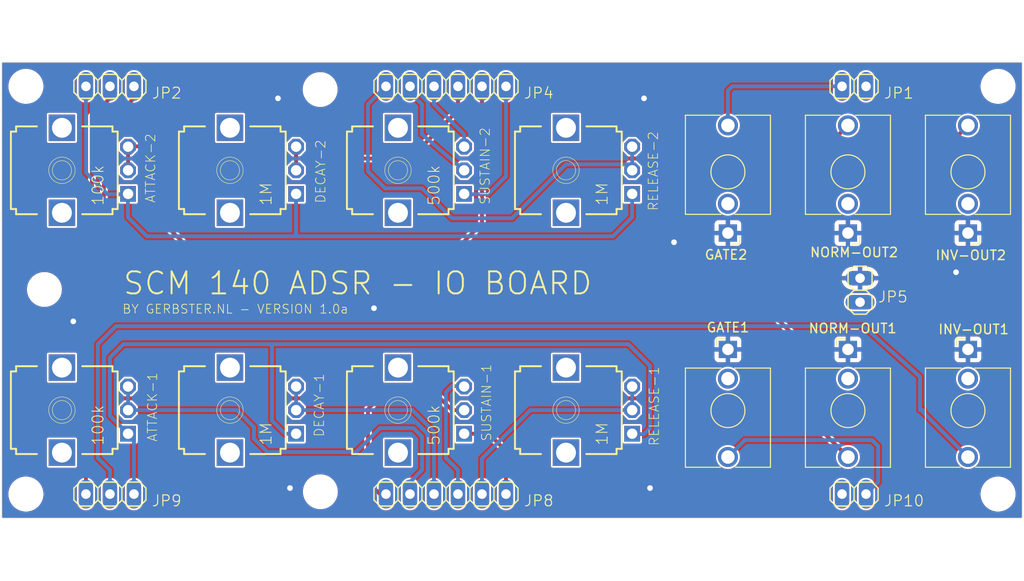
<source format=kicad_pcb>
(kicad_pcb (version 20211014) (generator pcbnew)
  (layers (0 "F.Cu" signal) (31 "B.Cu" signal) (34 "B.Paste" user) (35 "F.Paste" user) (36 "B.SilkS" user "B.Silkscreen") (37 "F.SilkS" user "F.Silkscreen") (38 "B.Mask" user) (39 "F.Mask" user) (44 "Edge.Cuts" user))
  (net 0 "")
  (net 1 "MANUAL-TRIGGER-1")
  (net 2 "S1-B")
  (net 3 "A1-IN")
  (net 4 "S1-W")
  (net 5 "C1-OUT")
  (net 6 "S1-A")
  (net 7 "D1-IN")
  (net 8 "R1-IN")
  (net 9 "GATE-1")
  (net 10 "NORM-OUT-1")
  (net 11 "INV-OUT-1")
  (net 12 "MANUAL-TRIGGER-2")
  (net 13 "S2-B")
  (net 14 "A2-IN")
  (net 15 "S2-W")
  (net 16 "C2-OUT")
  (net 17 "S2-A")
  (net 18 "R2-IN")
  (net 19 "D2-IN")
  (net 20 "GATE-2")
  (net 21 "NORM-OUT-2")
  (net 22 "INV-OUT-2")
  (net 23 "GND")
  (net 24 "+12V")
  (footprint "" (layer "F.Cu") (at 199.9361 126.5936)
    (fp_text reference "@HOLE3" hide)
    (fp_text value "" (at 0 0) (layer "F.SilkS") (effects (font (size 1.27 1.27))))
    (pad "" np_thru_hole circle (at 0 0) (size 3.2131 3.2131) (drill 3.2131) (layers *.Cu *.Mask))
  )
  (footprint "ioboard:EVUF" (layer "F.Cu") (at 100.8761 92.3036 90)
    (fp_text reference "ATTACK-2" (at -3.4964 9.3739 90) (layer "F.SilkS") (effects (font (size 0.988284 0.988284) (thickness 0.078516)) (justify left)))
    (fp_text value "100k" (at -3.81 3.81 90) (layer "F.SilkS") (effects (font (size 1.176528 1.176528) (thickness 0.093472)) (justify left)))
    (pad "1" thru_hole rect (at -2.5 7) (size 1.6764 1.6764) (drill 1.1) (layers *.Cu *.Mask) (net 16 "C2-OUT"))
    (pad "2" thru_hole roundrect (at 0 7) (size 1.6764 1.6764) (drill 1.1) (layers *.Cu *.Mask) (chamfer_ratio 0.2928932188) (chamfer top_left top_right bottom_left bottom_right) (net 14 "A2-IN"))
    (pad "3" thru_hole roundrect (at 2.5 7) (size 1.6764 1.6764) (drill 1.1) (layers *.Cu *.Mask) (chamfer_ratio 0.2928932188) (chamfer top_left top_right bottom_left bottom_right) (net 14 "A2-IN"))
    (pad "M1" thru_hole rect (at 4.5 0) (size 2.8 2.8) (drill 2.1) (layers *.Cu *.Mask))
    (pad "M2" thru_hole rect (at -4.5 0) (size 2.8 2.8) (drill 2.1) (layers *.Cu *.Mask))
  )
  (footprint "ioboard:1X03" (layer "F.Cu") (at 105.9561 126.5936 180)
    (fp_text reference "JP9" (at -4.3688 -0.7112) (layer "F.SilkS") (effects (font (size 1.1557 1.1557) (thickness 0.1143)) (justify left)))
    (fp_text value "")
    (pad "1" thru_hole oval (at -2.54 0 270) (size 3.048 1.524) (drill 1.016) (layers *.Cu *.Mask) (net 5 "C1-OUT"))
    (pad "2" thru_hole oval (at 0 0 270) (size 3.048 1.524) (drill 1.016) (layers *.Cu *.Mask) (net 11 "INV-OUT-1"))
    (pad "3" thru_hole oval (at 2.54 0 270) (size 3.048 1.524) (drill 1.016) (layers *.Cu *.Mask) (net 10 "NORM-OUT-1"))
  )
  (footprint "mine:Jack_3.5mm_QingPu_WQP-PJ398SM_Eagle" (layer "F.Cu") (at 196.75 111.27)
    (fp_text reference "INV-OUT1" (at 0.6 -2.12) (layer "F.SilkS"))
    (fp_text value "Output Inv 2")
    (pad "GND1" thru_hole rect (at 0 0 180) (size 1.93 1.83) (drill 1.22) (layers *.Cu *.Mask) (net 23 "GND"))
    (pad "SWITCH" thru_hole circle (at 0 3.1 180) (size 2.13 2.13) (drill 1.42) (layers *.Cu *.Mask))
    (pad "TIP" thru_hole circle (at 0 11.4 180) (size 2.13 2.13) (drill 1.43) (layers *.Cu *.Mask) (net 11 "INV-OUT-1"))
    (zone (net 0) (net_name "") (layer "F.Cu") (connect_pads (clearance 0)) (min_thickness 0.254)
      (keepout (tracks not_allowed) (vias not_allowed) (pads not_allowed) (copperpour not_allowed) (footprints not_allowed))
      (fill (thermal_gap 0.508) (thermal_bridge_width 0.508))
      (polygon (pts (xy 198.255141 117.75) (xy 198.23493 117.504171) (xy 198.174841 117.264945) (xy 198.076486 117.038744) (xy 197.942508 116.831645) (xy 197.776504 116.64921) (xy 197.582932 116.496336) (xy 197.366992 116.377131) (xy 197.134482 116.294794) (xy 196.891646 116.251539) (xy 196.645007 116.248525) (xy 196.401187 116.285835) (xy 196.166734 116.362466) (xy 195.947946 116.47636) (xy 195.750697 116.624458) (xy 195.580286 116.802784) (xy 195.441288 117.006548) (xy 195.337436 117.230278) (xy 195.271519 117.467965) (xy 195.245308 117.713226) (xy 195.259507 117.959475) (xy 195.313734 118.200099) (xy 195.406532 118.428634) (xy 195.535411 118.638945) (xy 195.696908 118.825382) (xy 195.886687 118.982939) (xy 196.09965 119.107385) (xy 196.330079 119.195377) (xy 196.571785 119.244553) (xy 196.818278 119.253592) (xy 197.062936 119.22225) (xy 197.299191 119.15137) (xy 197.520697 119.042856) (xy 197.721505 118.899621) (xy 197.896223 118.725512) (xy 198.040158 118.525205) (xy 198.149445 118.304079) (xy 198.221149 118.068074) (xy 198.253344 117.823526)))
    )
  )
  (footprint "ioboard:1X03" (layer "F.Cu") (at 105.9561 83.4136)
    (fp_text reference "JP2" (at 4.3688 0.7112) (layer "F.SilkS") (effects (font (size 1.1557 1.1557) (thickness 0.1143)) (justify left)))
    (fp_text value "")
    (pad "1" thru_hole oval (at -2.54 0 90) (size 3.048 1.524) (drill 1.016) (layers *.Cu *.Mask) (net 16 "C2-OUT"))
    (pad "2" thru_hole oval (at 0 0 90) (size 3.048 1.524) (drill 1.016) (layers *.Cu *.Mask) (net 22 "INV-OUT-2"))
    (pad "3" thru_hole oval (at 2.54 0 90) (size 3.048 1.524) (drill 1.016) (layers *.Cu *.Mask) (net 21 "NORM-OUT-2"))
  )
  (footprint "ioboard:1X06" (layer "F.Cu") (at 141.5161 83.4136)
    (fp_text reference "JP4" (at 8.1788 0.7112) (layer "F.SilkS") (effects (font (size 1.1557 1.1557) (thickness 0.1143)) (justify left)))
    (fp_text value "")
    (pad "1" thru_hole oval (at -6.35 0 90) (size 3.048 1.524) (drill 1.016) (layers *.Cu *.Mask) (net 18 "R2-IN"))
    (pad "2" thru_hole oval (at -3.81 0 90) (size 3.048 1.524) (drill 1.016) (layers *.Cu *.Mask) (net 15 "S2-W"))
    (pad "3" thru_hole oval (at -1.27 0 90) (size 3.048 1.524) (drill 1.016) (layers *.Cu *.Mask) (net 17 "S2-A"))
    (pad "4" thru_hole oval (at 1.27 0 90) (size 3.048 1.524) (drill 1.016) (layers *.Cu *.Mask) (net 19 "D2-IN"))
    (pad "5" thru_hole oval (at 3.81 0 90) (size 3.048 1.524) (drill 1.016) (layers *.Cu *.Mask) (net 14 "A2-IN"))
    (pad "6" thru_hole oval (at 6.35 0 90) (size 3.048 1.524) (drill 1.016) (layers *.Cu *.Mask) (net 13 "S2-B"))
  )
  (footprint "ioboard:1X02" (layer "F.Cu") (at 184.6961 83.4136 180)
    (fp_text reference "JP1" (at -3.0988 -0.7112) (layer "F.SilkS") (effects (font (size 1.1557 1.1557) (thickness 0.1143)) (justify left)))
    (fp_text value "")
    (pad "1" thru_hole oval (at -1.27 0 270) (size 3.048 1.524) (drill 1.016) (layers *.Cu *.Mask) (net 12 "MANUAL-TRIGGER-2"))
    (pad "2" thru_hole oval (at 1.27 0 270) (size 3.048 1.524) (drill 1.016) (layers *.Cu *.Mask) (net 20 "GATE-2"))
  )
  (footprint "MountingHole:MountingHole_3.2mm_M3" (layer "F.Cu") (at 128.201278 83.75 90)
    (fp_text reference "REF**" hide)
    (fp_text value "MountingHole_3.2mm_M3")
    (pad "" np_thru_hole circle (at 0 0 90) (size 3.2 3.2) (drill 3.2) (layers *.Cu *.Mask))
  )
  (footprint "" (layer "F.Cu") (at 199.9361 83.4136)
    (fp_text reference "@HOLE2" hide)
    (fp_text value "" (at 0 0) (layer "F.SilkS") (effects (font (size 1.27 1.27))))
    (pad "" np_thru_hole circle (at 0 0) (size 3.2131 3.2131) (drill 3.2131) (layers *.Cu *.Mask))
  )
  (footprint "" (layer "F.Cu") (at 97.0661 83.4136)
    (fp_text reference "@HOLE1" hide)
    (fp_text value "" (at 0 0) (layer "F.SilkS") (effects (font (size 1.27 1.27))))
    (pad "" np_thru_hole circle (at 0 0) (size 3.2131 3.2131) (drill 3.2131) (layers *.Cu *.Mask))
  )
  (footprint "ioboard:EVUF" (layer "F.Cu") (at 118.6561 117.7036 90)
    (fp_text reference "DECAY-1" (at -2.8964 9.4439 90) (layer "F.SilkS") (effects (font (size 0.988284 0.988284) (thickness 0.078516)) (justify left)))
    (fp_text value "1M" (at -3.81 3.81 90) (layer "F.SilkS") (effects (font (size 1.176528 1.176528) (thickness 0.093472)) (justify left)))
    (pad "1" thru_hole rect (at -2.5 7) (size 1.6764 1.6764) (drill 1.1) (layers *.Cu *.Mask) (net 5 "C1-OUT"))
    (pad "2" thru_hole roundrect (at 0 7) (size 1.6764 1.6764) (drill 1.1) (layers *.Cu *.Mask) (chamfer_ratio 0.2928932188) (chamfer top_left top_right bottom_left bottom_right) (net 7 "D1-IN"))
    (pad "3" thru_hole roundrect (at 2.5 7) (size 1.6764 1.6764) (drill 1.1) (layers *.Cu *.Mask) (chamfer_ratio 0.2928932188) (chamfer top_left top_right bottom_left bottom_right) (net 7 "D1-IN"))
    (pad "M1" thru_hole rect (at 4.5 0) (size 2.8 2.8) (drill 2.1) (layers *.Cu *.Mask))
    (pad "M2" thru_hole rect (at -4.5 0) (size 2.8 2.8) (drill 2.1) (layers *.Cu *.Mask))
  )
  (footprint "mine:Jack_3.5mm_QingPu_WQP-PJ398SM_Eagle" (layer "F.Cu") (at 196.75 98.95 180)
    (fp_text reference "INV-OUT2" (at -0.3 -2.35) (layer "F.SilkS"))
    (fp_text value "Output Inv 2")
    (pad "GND1" thru_hole rect (at 0 0) (size 1.93 1.83) (drill 1.22) (layers *.Cu *.Mask) (net 23 "GND"))
    (pad "SWITCH" thru_hole circle (at 0 3.1) (size 2.13 2.13) (drill 1.42) (layers *.Cu *.Mask))
    (pad "TIP" thru_hole circle (at 0 11.4) (size 2.13 2.13) (drill 1.43) (layers *.Cu *.Mask) (net 22 "INV-OUT-2"))
    (zone (net 0) (net_name "") (layer "F.Cu") (connect_pads (clearance 0)) (min_thickness 0.254)
      (keepout (tracks not_allowed) (vias not_allowed) (pads not_allowed) (copperpour not_allowed) (footprints not_allowed))
      (fill (thermal_gap 0.508) (thermal_bridge_width 0.508))
      (polygon (pts (xy 195.244859 92.47) (xy 195.26507 92.715829) (xy 195.325159 92.955055) (xy 195.423514 93.181256) (xy 195.557492 93.388355) (xy 195.723496 93.57079) (xy 195.917068 93.723664) (xy 196.133008 93.842869) (xy 196.365518 93.925206) (xy 196.608354 93.968461) (xy 196.854993 93.971475) (xy 197.098813 93.934165) (xy 197.333266 93.857534) (xy 197.552054 93.74364) (xy 197.749303 93.595542) (xy 197.919714 93.417216) (xy 198.058712 93.213452) (xy 198.162564 92.989722) (xy 198.228481 92.752035) (xy 198.254692 92.506774) (xy 198.240493 92.260525) (xy 198.186266 92.019901) (xy 198.093468 91.791366) (xy 197.964589 91.581055) (xy 197.803092 91.394618) (xy 197.613313 91.237061) (xy 197.40035 91.112615) (xy 197.169921 91.024623) (xy 196.928215 90.975447) (xy 196.681722 90.966408) (xy 196.437064 90.99775) (xy 196.200809 91.06863) (xy 195.979303 91.177144) (xy 195.778495 91.320379) (xy 195.603777 91.494488) (xy 195.459842 91.694795) (xy 195.350555 91.915921) (xy 195.278851 92.151926) (xy 195.246656 92.396474)))
    )
  )
  (footprint "ioboard:EVUF" (layer "F.Cu") (at 136.4361 117.7036 90)
    (fp_text reference "SUSTAIN-1" (at -3.3464 9.3639 90) (layer "F.SilkS") (effects (font (size 0.988284 0.988284) (thickness 0.078516)) (justify left)))
    (fp_text value "500k" (at -3.81 3.81 90) (layer "F.SilkS") (effects (font (size 1.176528 1.176528) (thickness 0.093472)) (justify left)))
    (pad "1" thru_hole rect (at -2.5 7) (size 1.6764 1.6764) (drill 1.1) (layers *.Cu *.Mask) (net 2 "S1-B"))
    (pad "2" thru_hole roundrect (at 0 7) (size 1.6764 1.6764) (drill 1.1) (layers *.Cu *.Mask) (chamfer_ratio 0.2928932188) (chamfer top_left top_right bottom_left bottom_right) (net 4 "S1-W"))
    (pad "3" thru_hole roundrect (at 2.5 7) (size 1.6764 1.6764) (drill 1.1) (layers *.Cu *.Mask) (chamfer_ratio 0.2928932188) (chamfer top_left top_right bottom_left bottom_right) (net 6 "S1-A"))
    (pad "M1" thru_hole rect (at 4.5 0) (size 2.8 2.8) (drill 2.1) (layers *.Cu *.Mask))
    (pad "M2" thru_hole rect (at -4.5 0) (size 2.8 2.8) (drill 2.1) (layers *.Cu *.Mask))
  )
  (footprint "ioboard:EVUF" (layer "F.Cu") (at 118.6561 92.3036 90)
    (fp_text reference "DECAY-2" (at -3.5464 9.5939 90) (layer "F.SilkS") (effects (font (size 0.988284 0.988284) (thickness 0.078516)) (justify left)))
    (fp_text value "1M" (at -3.81 3.81 90) (layer "F.SilkS") (effects (font (size 1.176528 1.176528) (thickness 0.093472)) (justify left)))
    (pad "1" thru_hole rect (at -2.5 7) (size 1.6764 1.6764) (drill 1.1) (layers *.Cu *.Mask) (net 16 "C2-OUT"))
    (pad "2" thru_hole roundrect (at 0 7) (size 1.6764 1.6764) (drill 1.1) (layers *.Cu *.Mask) (chamfer_ratio 0.2928932188) (chamfer top_left top_right bottom_left bottom_right) (net 19 "D2-IN"))
    (pad "3" thru_hole roundrect (at 2.5 7) (size 1.6764 1.6764) (drill 1.1) (layers *.Cu *.Mask) (chamfer_ratio 0.2928932188) (chamfer top_left top_right bottom_left bottom_right) (net 19 "D2-IN"))
    (pad "M1" thru_hole rect (at 4.5 0) (size 2.8 2.8) (drill 2.1) (layers *.Cu *.Mask))
    (pad "M2" thru_hole rect (at -4.5 0) (size 2.8 2.8) (drill 2.1) (layers *.Cu *.Mask))
  )
  (footprint "ioboard:EVUF" (layer "F.Cu") (at 154.2161 92.3036 90)
    (fp_text reference "RELEASE-2" (at -4.3464 9.2339 90) (layer "F.SilkS") (effects (font (size 0.988284 0.988284) (thickness 0.078516)) (justify left)))
    (fp_text value "1M" (at -3.81 3.81 90) (layer "F.SilkS") (effects (font (size 1.176528 1.176528) (thickness 0.093472)) (justify left)))
    (pad "1" thru_hole rect (at -2.5 7) (size 1.6764 1.6764) (drill 1.1) (layers *.Cu *.Mask) (net 16 "C2-OUT"))
    (pad "2" thru_hole roundrect (at 0 7) (size 1.6764 1.6764) (drill 1.1) (layers *.Cu *.Mask) (chamfer_ratio 0.2928932188) (chamfer top_left top_right bottom_left bottom_right) (net 18 "R2-IN"))
    (pad "3" thru_hole roundrect (at 2.5 7) (size 1.6764 1.6764) (drill 1.1) (layers *.Cu *.Mask) (chamfer_ratio 0.2928932188) (chamfer top_left top_right bottom_left bottom_right) (net 18 "R2-IN"))
    (pad "M1" thru_hole rect (at 4.5 0) (size 2.8 2.8) (drill 2.1) (layers *.Cu *.Mask))
    (pad "M2" thru_hole rect (at -4.5 0) (size 2.8 2.8) (drill 2.1) (layers *.Cu *.Mask))
  )
  (footprint "mine:Jack_3.5mm_QingPu_WQP-PJ398SM_Eagle" (layer "F.Cu") (at 171.35 111.27)
    (fp_text reference "GATE1" (at 0 -2.32) (layer "F.SilkS"))
    (fp_text value "Input 1")
    (pad "GND1" thru_hole rect (at 0 0 180) (size 1.93 1.83) (drill 1.22) (layers *.Cu *.Mask) (net 23 "GND"))
    (pad "SWITCH" thru_hole circle (at 0 3.1 180) (size 2.13 2.13) (drill 1.42) (layers *.Cu *.Mask))
    (pad "TIP" thru_hole circle (at 0 11.4 180) (size 2.13 2.13) (drill 1.43) (layers *.Cu *.Mask) (net 9 "GATE-1"))
    (zone (net 0) (net_name "") (layer "F.Cu") (connect_pads (clearance 0)) (min_thickness 0.254)
      (keepout (tracks not_allowed) (vias not_allowed) (pads not_allowed) (copperpour not_allowed) (footprints not_allowed))
      (fill (thermal_gap 0.508) (thermal_bridge_width 0.508))
      (polygon (pts (xy 172.855141 117.75) (xy 172.83493 117.504171) (xy 172.774841 117.264945) (xy 172.676486 117.038744) (xy 172.542508 116.831645) (xy 172.376504 116.64921) (xy 172.182932 116.496336) (xy 171.966992 116.377131) (xy 171.734482 116.294794) (xy 171.491646 116.251539) (xy 171.245007 116.248525) (xy 171.001187 116.285835) (xy 170.766734 116.362466) (xy 170.547946 116.47636) (xy 170.350697 116.624458) (xy 170.180286 116.802784) (xy 170.041288 117.006548) (xy 169.937436 117.230278) (xy 169.871519 117.467965) (xy 169.845308 117.713226) (xy 169.859507 117.959475) (xy 169.913734 118.200099) (xy 170.006532 118.428634) (xy 170.135411 118.638945) (xy 170.296908 118.825382) (xy 170.486687 118.982939) (xy 170.69965 119.107385) (xy 170.930079 119.195377) (xy 171.171785 119.244553) (xy 171.418278 119.253592) (xy 171.662936 119.22225) (xy 171.899191 119.15137) (xy 172.120697 119.042856) (xy 172.321505 118.899621) (xy 172.496223 118.725512) (xy 172.640158 118.525205) (xy 172.749445 118.304079) (xy 172.821149 118.068074) (xy 172.853344 117.823526)))
    )
  )
  (footprint "mine:Jack_3.5mm_QingPu_WQP-PJ398SM_Eagle" (layer "F.Cu") (at 171.35 98.95 180)
    (fp_text reference "GATE2" (at 0.2 -2.3) (layer "F.SilkS"))
    (fp_text value "Input 2")
    (pad "GND1" thru_hole rect (at 0 0) (size 1.93 1.83) (drill 1.22) (layers *.Cu *.Mask) (net 23 "GND"))
    (pad "SWITCH" thru_hole circle (at 0 3.1) (size 2.13 2.13) (drill 1.42) (layers *.Cu *.Mask))
    (pad "TIP" thru_hole circle (at 0 11.4) (size 2.13 2.13) (drill 1.43) (layers *.Cu *.Mask) (net 20 "GATE-2"))
    (zone (net 0) (net_name "") (layer "F.Cu") (connect_pads (clearance 0)) (min_thickness 0.254)
      (keepout (tracks not_allowed) (vias not_allowed) (pads not_allowed) (copperpour not_allowed) (footprints not_allowed))
      (fill (thermal_gap 0.508) (thermal_bridge_width 0.508))
      (polygon (pts (xy 169.844859 92.47) (xy 169.86507 92.715829) (xy 169.925159 92.955055) (xy 170.023514 93.181256) (xy 170.157492 93.388355) (xy 170.323496 93.57079) (xy 170.517068 93.723664) (xy 170.733008 93.842869) (xy 170.965518 93.925206) (xy 171.208354 93.968461) (xy 171.454993 93.971475) (xy 171.698813 93.934165) (xy 171.933266 93.857534) (xy 172.152054 93.74364) (xy 172.349303 93.595542) (xy 172.519714 93.417216) (xy 172.658712 93.213452) (xy 172.762564 92.989722) (xy 172.828481 92.752035) (xy 172.854692 92.506774) (xy 172.840493 92.260525) (xy 172.786266 92.019901) (xy 172.693468 91.791366) (xy 172.564589 91.581055) (xy 172.403092 91.394618) (xy 172.213313 91.237061) (xy 172.00035 91.112615) (xy 171.769921 91.024623) (xy 171.528215 90.975447) (xy 171.281722 90.966408) (xy 171.037064 90.99775) (xy 170.800809 91.06863) (xy 170.579303 91.177144) (xy 170.378495 91.320379) (xy 170.203777 91.494488) (xy 170.059842 91.694795) (xy 169.950555 91.915921) (xy 169.878851 92.151926) (xy 169.846656 92.396474)))
    )
  )
  (footprint "MountingHole:MountingHole_3.2mm_M3" (layer "F.Cu") (at 99.025 104.925 90)
    (fp_text reference "REF**" hide)
    (fp_text value "MountingHole_3.2mm_M3")
    (pad "" np_thru_hole circle (at 0 0 90) (size 3.2 3.2) (drill 3.2) (layers *.Cu *.Mask))
  )
  (footprint "ioboard:EVUF" (layer "F.Cu") (at 136.4361 92.3036 90)
    (fp_text reference "SUSTAIN-2" (at -3.6964 9.2139 90) (layer "F.SilkS") (effects (font (size 0.988284 0.988284) (thickness 0.078516)) (justify left)))
    (fp_text value "500k" (at -3.81 3.81 90) (layer "F.SilkS") (effects (font (size 1.176528 1.176528) (thickness 0.093472)) (justify left)))
    (pad "1" thru_hole rect (at -2.5 7) (size 1.6764 1.6764) (drill 1.1) (layers *.Cu *.Mask) (net 13 "S2-B"))
    (pad "2" thru_hole roundrect (at 0 7) (size 1.6764 1.6764) (drill 1.1) (layers *.Cu *.Mask) (chamfer_ratio 0.2928932188) (chamfer top_left top_right bottom_left bottom_right) (net 15 "S2-W"))
    (pad "3" thru_hole roundrect (at 2.5 7) (size 1.6764 1.6764) (drill 1.1) (layers *.Cu *.Mask) (chamfer_ratio 0.2928932188) (chamfer top_left top_right bottom_left bottom_right) (net 17 "S2-A"))
    (pad "M1" thru_hole rect (at 4.5 0) (size 2.8 2.8) (drill 2.1) (layers *.Cu *.Mask))
    (pad "M2" thru_hole rect (at -4.5 0) (size 2.8 2.8) (drill 2.1) (layers *.Cu *.Mask))
  )
  (footprint "mine:Jack_3.5mm_QingPu_WQP-PJ398SM_Eagle" (layer "F.Cu") (at 184.05 111.27)
    (fp_text reference "NORM-OUT1" (at 0.5 -2.22) (layer "F.SilkS"))
    (fp_text value "Output 1")
    (pad "GND1" thru_hole rect (at 0 0 180) (size 1.93 1.83) (drill 1.22) (layers *.Cu *.Mask) (net 23 "GND"))
    (pad "SWITCH" thru_hole circle (at 0 3.1 180) (size 2.13 2.13) (drill 1.42) (layers *.Cu *.Mask))
    (pad "TIP" thru_hole circle (at 0 11.4 180) (size 2.13 2.13) (drill 1.43) (layers *.Cu *.Mask) (net 10 "NORM-OUT-1"))
    (zone (net 0) (net_name "") (layer "F.Cu") (connect_pads (clearance 0)) (min_thickness 0.254)
      (keepout (tracks not_allowed) (vias not_allowed) (pads not_allowed) (copperpour not_allowed) (footprints not_allowed))
      (fill (thermal_gap 0.508) (thermal_bridge_width 0.508))
      (polygon (pts (xy 185.555141 117.75) (xy 185.53493 117.504171) (xy 185.474841 117.264945) (xy 185.376486 117.038744) (xy 185.242508 116.831645) (xy 185.076504 116.64921) (xy 184.882932 116.496336) (xy 184.666992 116.377131) (xy 184.434482 116.294794) (xy 184.191646 116.251539) (xy 183.945007 116.248525) (xy 183.701187 116.285835) (xy 183.466734 116.362466) (xy 183.247946 116.47636) (xy 183.050697 116.624458) (xy 182.880286 116.802784) (xy 182.741288 117.006548) (xy 182.637436 117.230278) (xy 182.571519 117.467965) (xy 182.545308 117.713226) (xy 182.559507 117.959475) (xy 182.613734 118.200099) (xy 182.706532 118.428634) (xy 182.835411 118.638945) (xy 182.996908 118.825382) (xy 183.186687 118.982939) (xy 183.39965 119.107385) (xy 183.630079 119.195377) (xy 183.871785 119.244553) (xy 184.118278 119.253592) (xy 184.362936 119.22225) (xy 184.599191 119.15137) (xy 184.820697 119.042856) (xy 185.021505 118.899621) (xy 185.196223 118.725512) (xy 185.340158 118.525205) (xy 185.449445 118.304079) (xy 185.521149 118.068074) (xy 185.553344 117.823526)))
    )
  )
  (footprint "MountingHole:MountingHole_3.2mm_M3" (layer "F.Cu") (at 128.225 126.35 90)
    (fp_text reference "REF**" hide)
    (fp_text value "MountingHole_3.2mm_M3")
    (pad "" np_thru_hole circle (at 0 0 90) (size 3.2 3.2) (drill 3.2) (layers *.Cu *.Mask))
  )
  (footprint "ioboard:EVUF" (layer "F.Cu") (at 100.8761 117.7036 90)
    (fp_text reference "ATTACK-1" (at -3.3964 9.5739 90) (layer "F.SilkS") (effects (font (size 0.988284 0.988284) (thickness 0.078516)) (justify left)))
    (fp_text value "100k" (at -3.81 3.81 90) (layer "F.SilkS") (effects (font (size 1.176528 1.176528) (thickness 0.093472)) (justify left)))
    (pad "1" thru_hole rect (at -2.5 7) (size 1.6764 1.6764) (drill 1.1) (layers *.Cu *.Mask) (net 5 "C1-OUT"))
    (pad "2" thru_hole roundrect (at 0 7) (size 1.6764 1.6764) (drill 1.1) (layers *.Cu *.Mask) (chamfer_ratio 0.2928932188) (chamfer top_left top_right bottom_left bottom_right) (net 3 "A1-IN"))
    (pad "3" thru_hole roundrect (at 2.5 7) (size 1.6764 1.6764) (drill 1.1) (layers *.Cu *.Mask) (chamfer_ratio 0.2928932188) (chamfer top_left top_right bottom_left bottom_right) (net 3 "A1-IN"))
    (pad "M1" thru_hole rect (at 4.5 0) (size 2.8 2.8) (drill 2.1) (layers *.Cu *.Mask))
    (pad "M2" thru_hole rect (at -4.5 0) (size 2.8 2.8) (drill 2.1) (layers *.Cu *.Mask))
  )
  (footprint "mine:Jack_3.5mm_QingPu_WQP-PJ398SM_Eagle" (layer "F.Cu") (at 184.05 98.95 180)
    (fp_text reference "NORM-OUT2" (at -0.65 -2.05) (layer "F.SilkS"))
    (fp_text value "Output 2")
    (pad "GND1" thru_hole rect (at 0 0) (size 1.93 1.83) (drill 1.22) (layers *.Cu *.Mask) (net 23 "GND"))
    (pad "SWITCH" thru_hole circle (at 0 3.1) (size 2.13 2.13) (drill 1.42) (layers *.Cu *.Mask))
    (pad "TIP" thru_hole circle (at 0 11.4) (size 2.13 2.13) (drill 1.43) (layers *.Cu *.Mask) (net 21 "NORM-OUT-2"))
    (zone (net 0) (net_name "") (layer "F.Cu") (connect_pads (clearance 0)) (min_thickness 0.254)
      (keepout (tracks not_allowed) (vias not_allowed) (pads not_allowed) (copperpour not_allowed) (footprints not_allowed))
      (fill (thermal_gap 0.508) (thermal_bridge_width 0.508))
      (polygon (pts (xy 182.544859 92.47) (xy 182.56507 92.715829) (xy 182.625159 92.955055) (xy 182.723514 93.181256) (xy 182.857492 93.388355) (xy 183.023496 93.57079) (xy 183.217068 93.723664) (xy 183.433008 93.842869) (xy 183.665518 93.925206) (xy 183.908354 93.968461) (xy 184.154993 93.971475) (xy 184.398813 93.934165) (xy 184.633266 93.857534) (xy 184.852054 93.74364) (xy 185.049303 93.595542) (xy 185.219714 93.417216) (xy 185.358712 93.213452) (xy 185.462564 92.989722) (xy 185.528481 92.752035) (xy 185.554692 92.506774) (xy 185.540493 92.260525) (xy 185.486266 92.019901) (xy 185.393468 91.791366) (xy 185.264589 91.581055) (xy 185.103092 91.394618) (xy 184.913313 91.237061) (xy 184.70035 91.112615) (xy 184.469921 91.024623) (xy 184.228215 90.975447) (xy 183.981722 90.966408) (xy 183.737064 90.99775) (xy 183.500809 91.06863) (xy 183.279303 91.177144) (xy 183.078495 91.320379) (xy 182.903777 91.494488) (xy 182.759842 91.694795) (xy 182.650555 91.915921) (xy 182.578851 92.151926) (xy 182.546656 92.396474)))
    )
  )
  (footprint "ioboard:EVUF" (layer "F.Cu") (at 154.2161 117.7036 90)
    (fp_text reference "RELEASE-1" (at -3.8464 9.3339 90) (layer "F.SilkS") (effects (font (size 0.988284 0.988284) (thickness 0.078516)) (justify left)))
    (fp_text value "1M" (at -3.81 3.81 90) (layer "F.SilkS") (effects (font (size 1.176528 1.176528) (thickness 0.093472)) (justify left)))
    (pad "1" thru_hole rect (at -2.5 7) (size 1.6764 1.6764) (drill 1.1) (layers *.Cu *.Mask) (net 5 "C1-OUT"))
    (pad "2" thru_hole roundrect (at 0 7) (size 1.6764 1.6764) (drill 1.1) (layers *.Cu *.Mask) (chamfer_ratio 0.2928932188) (chamfer top_left top_right bottom_left bottom_right) (net 8 "R1-IN"))
    (pad "3" thru_hole roundrect (at 2.5 7) (size 1.6764 1.6764) (drill 1.1) (layers *.Cu *.Mask) (chamfer_ratio 0.2928932188) (chamfer top_left top_right bottom_left bottom_right) (net 8 "R1-IN"))
    (pad "M1" thru_hole rect (at 4.5 0) (size 2.8 2.8) (drill 2.1) (layers *.Cu *.Mask))
    (pad "M2" thru_hole rect (at -4.5 0) (size 2.8 2.8) (drill 2.1) (layers *.Cu *.Mask))
  )
  (footprint "ioboard:1X06" (layer "F.Cu") (at 141.5161 126.5936 180)
    (fp_text reference "JP8" (at -8.1788 -0.7112) (layer "F.SilkS") (effects (font (size 1.1557 1.1557) (thickness 0.1143)) (justify left)))
    (fp_text value "")
    (pad "1" thru_hole oval (at -6.35 0 270) (size 3.048 1.524) (drill 1.016) (layers *.Cu *.Mask) (net 2 "S1-B"))
    (pad "2" thru_hole oval (at -3.81 0 270) (size 3.048 1.524) (drill 1.016) (layers *.Cu *.Mask) (net 8 "R1-IN"))
    (pad "3" thru_hole oval (at -1.27 0 270) (size 3.048 1.524) (drill 1.016) (layers *.Cu *.Mask) (net 6 "S1-A"))
    (pad "4" thru_hole oval (at 1.27 0 270) (size 3.048 1.524) (drill 1.016) (layers *.Cu *.Mask) (net 7 "D1-IN"))
    (pad "5" thru_hole oval (at 3.81 0 270) (size 3.048 1.524) (drill 1.016) (layers *.Cu *.Mask) (net 3 "A1-IN"))
    (pad "6" thru_hole oval (at 6.35 0 270) (size 3.048 1.524) (drill 1.016) (layers *.Cu *.Mask) (net 4 "S1-W"))
  )
  (footprint "" (layer "F.Cu") (at 97.0661 126.5936)
    (fp_text reference "@HOLE0" hide)
    (fp_text value "" (at 0 0) (layer "F.SilkS") (effects (font (size 1.27 1.27))))
    (pad "" np_thru_hole circle (at 0 0) (size 3.2131 3.2131) (drill 3.2131) (layers *.Cu *.Mask))
  )
  (footprint "ioboard:1X02" (layer "F.Cu") (at 185.3311 105.0036 -90)
    (fp_text reference "JP5" (at 0.7112 -1.8288) (layer "F.SilkS") (effects (font (size 1.1557 1.1557) (thickness 0.1143)) (justify left)))
    (fp_text value "")
    (pad "1" thru_hole oval (at -1.27 0) (size 3.048 1.524) (drill 1.016) (layers *.Cu *.Mask) (net 23 "GND"))
    (pad "2" thru_hole oval (at 1.27 0) (size 3.048 1.524) (drill 1.016) (layers *.Cu *.Mask) (net 24 "+12V"))
  )
  (footprint "ioboard:1X02" (layer "F.Cu") (at 184.6961 126.5936)
    (fp_text reference "JP10" (at 3.0988 0.7112) (layer "F.SilkS") (effects (font (size 1.1557 1.1557) (thickness 0.1143)) (justify left)))
    (fp_text value "")
    (pad "1" thru_hole oval (at -1.27 0 90) (size 3.048 1.524) (drill 1.016) (layers *.Cu *.Mask) (net 1 "MANUAL-TRIGGER-1"))
    (pad "2" thru_hole oval (at 1.27 0 90) (size 3.048 1.524) (drill 1.016) (layers *.Cu *.Mask) (net 9 "GATE-1"))
  )
  (gr_line (start 94.5261 129.1336) (end 202.4761 129.1336) (layer "Edge.Cuts") (width 0.05))
  (gr_line (start 94.5261 80.8736) (end 94.5261 129.1336) (layer "Edge.Cuts") (width 0.05))
  (gr_line (start 202.4761 80.8736) (end 94.5261 80.8736) (layer "Edge.Cuts") (width 0.05))
  (gr_line (start 202.4761 129.1336) (end 202.4761 80.8736) (layer "Edge.Cuts") (width 0.05))
  (gr_text "BY GERBSTER.NL - VERSION 1.0a" (at 107.2261 107.5436) (layer "F.SilkS") (effects (font (size 0.93472 0.93472) (thickness 0.08128)) (justify left bottom)))
  (gr_text "SCM 140 ADSR - IO BOARD" (at 107.2261 105.6386) (layer "F.SilkS") (effects (font (size 2.3368 2.3368) (thickness 0.2032)) (justify left bottom)))
  (segment (start 143.4361 120.2036) (end 146.041546 120.2036) (width 0.4064) (layer "F.Cu") (net 2))
  (segment (start 146.041546 120.2036) (end 147.8661 122.028154) (width 0.4064) (layer "F.Cu") (net 2))
  (segment (start 147.8661 122.028154) (end 147.8661 126.5936) (width 0.4064) (layer "F.Cu") (net 2))
  (segment (start 138.078075 119.6086) (end 138.9761 120.506625) (width 0.4064) (layer "B.Cu") (net 3))
  (segment (start 119.40005 117.7036) (end 121.1961 119.49965) (width 0.4064) (layer "B.Cu") (net 3))
  (segment (start 107.8761 115.2036) (end 107.8761 117.7036) (width 0.4064) (layer "B.Cu") (net 3))
  (segment (start 107.8761 117.7036) (end 119.40005 117.7036) (width 0.4064) (layer "B.Cu") (net 3))
  (segment (start 134.5311 119.6086) (end 138.078075 119.6086) (width 0.4064) (layer "B.Cu") (net 3))
  (segment (start 138.9761 120.506625) (end 138.9761 124.0536) (width 0.4064) (layer "B.Cu") (net 3))
  (segment (start 121.1961 120.728697) (end 122.616003 122.1486) (width 0.4064) (layer "B.Cu") (net 3))
  (segment (start 121.1961 119.49965) (end 121.1961 120.728697) (width 0.4064) (layer "B.Cu") (net 3))
  (segment (start 137.7061 125.3236) (end 137.7061 126.5936) (width 0.4064) (layer "B.Cu") (net 3))
  (segment (start 131.9911 122.1486) (end 134.5311 119.6086) (width 0.4064) (layer "B.Cu") (net 3))
  (segment (start 122.616003 122.1486) (end 131.9911 122.1486) (width 0.4064) (layer "B.Cu") (net 3))
  (segment (start 138.9761 124.0536) (end 137.7061 125.3236) (width 0.4064) (layer "B.Cu") (net 3))
  (segment (start 142.1511 117.7036) (end 143.4361 117.7036) (width 0.4064) (layer "F.Cu") (net 4))
  (segment (start 135.05715 115.7986) (end 140.2461 115.7986) (width 0.4064) (layer "F.Cu") (net 4))
  (segment (start 133.2611 117.59465) (end 135.05715 115.7986) (width 0.4064) (layer "F.Cu") (net 4))
  (segment (start 140.2461 115.7986) (end 142.1511 117.7036) (width 0.4064) (layer "F.Cu") (net 4))
  (segment (start 135.1661 126.5936) (end 134.5311 126.5936) (width 0.4064) (layer "F.Cu") (net 4))
  (segment (start 133.2611 125.3236) (end 133.2611 117.59465) (width 0.4064) (layer "F.Cu") (net 4))
  (segment (start 134.5311 126.5936) (end 133.2611 125.3236) (width 0.4064) (layer "F.Cu") (net 4))
  (segment (start 107.8761 120.2436) (end 107.8761 120.2036) (width 0.4064) (layer "B.Cu") (net 5))
  (segment (start 107.8761 120.2036) (end 105.9561 118.2986) (width 0.4064) (layer "B.Cu") (net 5))
  (segment (start 163.1061 119.6086) (end 162.4711 120.2436) (width 0.4064) (layer "B.Cu") (net 5))
  (segment (start 125.6561 120.2036) (end 124.48534 120.2036) (width 0.4064) (layer "B.Cu") (net 5))
  (segment (start 125.6561 120.2436) (end 125.6561 120.2036) (width 0.4064) (layer "B.Cu") (net 5))
  (segment (start 107.376003 110.7186) (end 123.1011 110.7186) (width 0.4064) (layer "B.Cu") (net 5))
  (segment (start 163.1061 113.008125) (end 163.1061 119.6086) (width 0.4064) (layer "B.Cu") (net 5))
  (segment (start 161.2161 120.2436) (end 161.2161 120.2036) (width 0.4064) (layer "B.Cu") (net 5))
  (segment (start 123.1011 110.7186) (end 160.816575 110.7186) (width 0.4064) (layer "B.Cu") (net 5))
  (segment (start 124.48534 120.2036) (end 123.1011 118.81936) (width 0.4064) (layer "B.Cu") (net 5))
  (segment (start 105.9561 112.138504) (end 107.376003 110.7186) (width 0.4064) (layer "B.Cu") (net 5))
  (segment (start 108.4961 126.5936) (end 108.4961 120.2436) (width 0.4064) (layer "B.Cu") (net 5))
  (segment (start 160.816575 110.7186) (end 163.1061 113.008125) (width 0.4064) (layer "B.Cu") (net 5))
  (segment (start 108.4961 120.2436) (end 107.8761 120.2436) (width 0.4064) (layer "B.Cu") (net 5))
  (segment (start 123.1011 118.81936) (end 123.1011 110.7186) (width 0.4064) (layer "B.Cu") (net 5))
  (segment (start 162.4711 120.2436) (end 161.2161 120.2436) (width 0.4064) (layer "B.Cu") (net 5))
  (segment (start 105.9561 118.2986) (end 105.9561 112.138504) (width 0.4064) (layer "B.Cu") (net 5))
  (segment (start 142.7861 124.0536) (end 141.5161 122.7836) (width 0.4064) (layer "B.Cu") (net 6))
  (segment (start 142.7861 126.5936) (end 142.7861 124.0536) (width 0.4064) (layer "B.Cu") (net 6))
  (segment (start 142.1511 115.1636) (end 143.4361 115.1636) (width 0.4064) (layer "B.Cu") (net 6))
  (segment (start 141.5161 122.7836) (end 141.5161 115.7986) (width 0.4064) (layer "B.Cu") (net 6))
  (segment (start 143.4361 115.1636) (end 143.4361 115.2036) (width 0.4064) (layer "B.Cu") (net 6))
  (segment (start 141.5161 115.7986) (end 142.1511 115.1636) (width 0.4064) (layer "B.Cu") (net 6))
  (segment (start 137.956575 117.7036) (end 125.6561 117.7036) (width 0.4064) (layer "B.Cu") (net 7))
  (segment (start 125.6561 115.2036) (end 125.6561 117.7036) (width 0.4064) (layer "B.Cu") (net 7))
  (segment (start 140.2461 126.5936) (end 140.2461 119.993125) (width 0.4064) (layer "B.Cu") (net 7))
  (segment (start 140.2461 119.993125) (end 137.956575 117.7036) (width 0.4064) (layer "B.Cu") (net 7))
  (segment (start 161.2161 115.2036) (end 161.2161 117.7036) (width 0.4064) (layer "B.Cu") (net 8))
  (segment (start 161.2161 117.7036) (end 150.445631 117.7036) (width 0.4064) (layer "B.Cu") (net 8))
  (segment (start 150.445631 117.7036) (end 145.3261 122.823132) (width 0.4064) (layer "B.Cu") (net 8))
  (segment (start 145.3261 122.823132) (end 145.3261 126.5936) (width 0.4064) (layer "B.Cu") (net 8))
  (segment (start 171.35 122.67) (end 173.1414 120.8786) (width 0.4064) (layer "B.Cu") (net 9))
  (segment (start 187.2361 125.3236) (end 185.9661 126.5936) (width 0.4064) (layer "B.Cu") (net 9))
  (segment (start 187.2361 121.5136) (end 187.2361 125.3236) (width 0.4064) (layer "B.Cu") (net 9))
  (segment (start 173.1414 120.8786) (end 186.6011 120.8786) (width 0.4064) (layer "B.Cu") (net 9))
  (segment (start 186.6011 120.8786) (end 187.2361 121.5136) (width 0.4064) (layer "B.Cu") (net 9))
  (segment (start 107.99515 105.6386) (end 174.170409 105.6386) (width 0.4064) (layer "F.Cu") (net 10))
  (segment (start 103.4161 110.21765) (end 107.99515 105.6386) (width 0.4064) (layer "F.Cu") (net 10))
  (segment (start 174.170409 105.6386) (end 179.3151 110.783291) (width 0.4064) (layer "F.Cu") (net 10))
  (segment (start 179.3151 117.9351) (end 184.05 122.67) (width 0.4064) (layer "F.Cu") (net 10))
  (segment (start 179.3151 110.783291) (end 179.3151 117.9351) (width 0.4064) (layer "F.Cu") (net 10))
  (segment (start 103.4161 126.5936) (end 103.4161 110.21765) (width 0.4064) (layer "F.Cu") (net 10))
  (segment (start 105.9561 126.5936) (end 105.9561 124.0536) (width 0.4064) (layer "B.Cu") (net 11))
  (segment (start 185.690525 108.8136) (end 106.5911 108.8136) (width 0.4064) (layer "B.Cu") (net 11))
  (segment (start 191.6811 114.169175) (end 185.690525 108.8136) (width 0.4064) (layer "B.Cu") (net 11))
  (segment (start 191.6811 117.7036) (end 191.6811 114.169175) (width 0.4064) (layer "B.Cu") (net 11))
  (segment (start 192.0151 117.7036) (end 192.0151 117.9351) (width 0.4064) (layer "B.Cu") (net 11))
  (segment (start 192.0151 117.9351) (end 196.75 122.67) (width 0.4064) (layer "B.Cu") (net 11))
  (segment (start 192.0151 117.7036) (end 191.6811 117.7036) (width 0.4064) (layer "B.Cu") (net 11))
  (segment (start 104.6861 122.7836) (end 104.6861 110.7186) (width 0.4064) (layer "B.Cu") (net 11))
  (segment (start 106.5911 108.8136) (end 104.6861 110.7186) (width 0.4064) (layer "B.Cu") (net 11))
  (segment (start 105.9561 124.0536) (end 104.6861 122.7836) (width 0.4064) (layer "B.Cu") (net 11))
  (segment (start 145.9611 94.8436) (end 143.4361 94.8436) (width 0.4064) (layer "B.Cu") (net 13))
  (segment (start 143.4361 94.8436) (end 143.4361 94.8036) (width 0.4064) (layer "B.Cu") (net 13))
  (segment (start 147.8661 92.9386) (end 145.9611 94.8436) (width 0.4064) (layer "B.Cu") (net 13))
  (segment (start 147.8661 83.4136) (end 147.8661 92.9386) (width 0.4064) (layer "B.Cu") (net 13))
  (segment (start 107.8761 92.3036) (end 107.8761 89.8036) (width 0.4064) (layer "F.Cu") (net 14))
  (segment (start 109.87505 89.7636) (end 111.6711 91.55965) (width 0.4064) (layer "F.Cu") (net 14))
  (segment (start 145.3261 97.940429) (end 145.3261 83.4136) (width 0.4064) (layer "F.Cu") (net 14))
  (segment (start 107.8611 89.8036) (end 107.8611 89.7636) (width 0.4064) (layer "F.Cu") (net 14))
  (segment (start 142.707928 100.5586) (end 145.3261 97.940429) (width 0.4064) (layer "F.Cu") (net 14))
  (segment (start 111.6711 91.55965) (end 111.6711 97.940429) (width 0.4064) (layer "F.Cu") (net 14))
  (segment (start 107.8761 89.8036) (end 107.8611 89.8036) (width 0.4064) (layer "F.Cu") (net 14))
  (segment (start 107.8611 89.7636) (end 109.87505 89.7636) (width 0.4064) (layer "F.Cu") (net 14))
  (segment (start 114.289271 100.5586) (end 142.707928 100.5586) (width 0.4064) (layer "F.Cu") (net 14))
  (segment (start 111.6711 97.940429) (end 114.289271 100.5586) (width 0.4064) (layer "F.Cu") (net 14))
  (segment (start 137.7061 84.0486) (end 137.7061 83.4136) (width 0.4064) (layer "B.Cu") (net 15))
  (segment (start 138.9761 85.3186) (end 137.7061 84.0486) (width 0.4064) (layer "B.Cu") (net 15))
  (segment (start 143.4361 92.3036) (end 138.9761 88.4936) (width 0.4064) (layer "B.Cu") (net 15))
  (segment (start 138.9761 88.4936) (end 138.9761 85.3186) (width 0.4064) (layer "B.Cu") (net 15))
  (segment (start 125.6561 99.2886) (end 159.193818 99.2886) (width 0.4064) (layer "B.Cu") (net 16))
  (segment (start 107.8761 94.8036) (end 107.8611 94.8036) (width 0.4064) (layer "B.Cu") (net 16))
  (segment (start 161.2161 97.266319) (end 161.2161 94.8036) (width 0.4064) (layer "B.Cu") (net 16))
  (segment (start 103.4161 83.4136) (end 103.4161 92.554075) (width 0.4064) (layer "B.Cu") (net 16))
  (segment (start 107.8611 97.280557) (end 109.869143 99.2886) (width 0.4064) (layer "B.Cu") (net 16))
  (segment (start 125.6411 99.2886) (end 125.6561 99.2886) (width 0.4064) (layer "B.Cu") (net 16))
  (segment (start 103.4161 92.554075) (end 105.705625 94.8436) (width 0.4064) (layer "B.Cu") (net 16))
  (segment (start 125.6561 94.8036) (end 125.6411 94.8036) (width 0.4064) (layer "B.Cu") (net 16))
  (segment (start 159.193818 99.2886) (end 161.2161 97.266319) (width 0.4064) (layer "B.Cu") (net 16))
  (segment (start 125.6411 94.8036) (end 125.6411 99.2886) (width 0.4064) (layer "B.Cu") (net 16))
  (segment (start 107.8761 94.8436) (end 107.8761 94.8036) (width 0.4064) (layer "B.Cu") (net 16))
  (segment (start 105.705625 94.8436) (end 107.8761 94.8436) (width 0.4064) (layer "B.Cu") (net 16))
  (segment (start 109.869143 99.2886) (end 125.6411 99.2886) (width 0.4064) (layer "B.Cu") (net 16))
  (segment (start 107.8611 94.8036) (end 107.8611 97.280557) (width 0.4064) (layer "B.Cu") (net 16))
  (segment (start 125.6561 99.2886) (end 125.6561 94.8036) (width 0.4064) (layer "B.Cu") (net 16))
  (segment (start 140.8811 85.9536) (end 143.4361 88.4936) (width 0.4064) (layer "B.Cu") (net 17))
  (segment (start 140.2461 83.4136) (end 140.2461 85.3186) (width 0.4064) (layer "B.Cu") (net 17))
  (segment (start 140.2461 85.3186) (end 140.8811 85.9536) (width 0.4064) (layer "B.Cu") (net 17))
  (segment (start 143.4361 88.4936) (end 143.4361 89.8036) (width 0.4064) (layer "B.Cu") (net 17))
  (segment (start 161.2161 91.6686) (end 161.2161 89.8036) (width 0.4064) (layer "B.Cu") (net 18))
  (segment (start 135.1661 83.4136) (end 133.2611 85.3186) (width 0.4064) (layer "B.Cu") (net 18))
  (segment (start 133.2611 85.3186) (end 133.2611 92.41255) (width 0.4064) (layer "B.Cu") (net 18))
  (segment (start 135.05715 94.2086) (end 138.9761 94.2086) (width 0.4064) (layer "B.Cu") (net 18))
  (segment (start 154.2161 91.6686) (end 161.2161 91.6686) (width 0.4064) (layer "B.Cu") (net 18))
  (segment (start 142.1511 97.3836) (end 148.5011 97.3836) (width 0.4064) (layer "B.Cu") (net 18))
  (segment (start 148.5011 97.3836) (end 154.2161 91.6686) (width 0.4064) (layer "B.Cu") (net 18))
  (segment (start 138.9761 94.2086) (end 142.1511 97.3836) (width 0.4064) (layer "B.Cu") (net 18))
  (segment (start 161.2161 91.6686) (end 161.2161 92.3036) (width 0.4064) (layer "B.Cu") (net 18))
  (segment (start 133.2611 92.41255) (end 135.05715 94.2086) (width 0.4064) (layer "B.Cu") (net 18))
  (segment (start 125.6561 92.3036) (end 125.6561 89.8036) (width 0.4064) (layer "F.Cu") (net 19))
  (segment (start 137.7061 91.0736) (end 140.8811 87.8586) (width 0.4064) (layer "F.Cu") (net 19))
  (segment (start 125.6411 91.0336) (end 137.7061 91.0736) (width 0.4064) (layer "F.Cu") (net 19))
  (segment (start 142.7861 85.9536) (end 142.7861 83.4136) (width 0.4064) (layer "F.Cu") (net 19))
  (segment (start 125.6411 89.8036) (end 125.6411 91.0336) (width 0.4064) (layer "F.Cu") (net 19))
  (segment (start 125.6561 89.8036) (end 125.6411 89.8036) (width 0.4064) (layer "F.Cu") (net 19))
  (segment (start 140.8811 87.8586) (end 142.7861 85.9536) (width 0.4064) (layer "F.Cu") (net 19))
  (segment (start 171.796032 83.4136) (end 183.4261 83.4136) (width 0.4064) (layer "B.Cu") (net 20))
  (segment (start 171.35 83.859632) (end 171.35 87.55) (width 0.4064) (layer "B.Cu") (net 20))
  (segment (start 171.35 83.859632) (end 171.796032 83.4136) (width 0.4064) (layer "B.Cu") (net 20))
  (segment (start 179.3151 92.3036) (end 179.3151 92.2849) (width 0.4064) (layer "F.Cu") (net 21))
  (segment (start 105.3211 97.840732) (end 109.943968 102.4636) (width 0.4064) (layer "F.Cu") (net 21))
  (segment (start 174.330009 102.4636) (end 178.9811 97.81251) (width 0.4064) (layer "F.Cu") (net 21))
  (segment (start 105.3211 87.8586) (end 105.3211 97.840732) (width 0.4064) (layer "F.Cu") (net 21))
  (segment (start 179.3151 92.2849) (end 184.05 87.55) (width 0.4064) (layer "F.Cu") (net 21))
  (segment (start 178.9811 92.3036) (end 179.3151 92.3036) (width 0.4064) (layer "F.Cu") (net 21))
  (segment (start 108.4961 83.4136) (end 108.4961 84.6836) (width 0.4064) (layer "F.Cu") (net 21))
  (segment (start 109.943968 102.4636) (end 174.330009 102.4636) (width 0.4064) (layer "F.Cu") (net 21))
  (segment (start 108.4961 84.6836) (end 105.3211 87.8586) (width 0.4064) (layer "F.Cu") (net 21))
  (segment (start 178.9811 97.81251) (end 178.9811 92.3036) (width 0.4064) (layer "F.Cu") (net 21))
  (segment (start 104.0511 86.5886) (end 104.0511 98.30816) (width 0.4064) (layer "F.Cu") (net 22))
  (segment (start 104.0511 98.30816) (end 109.47654 103.7336) (width 0.4064) (layer "F.Cu") (net 22))
  (segment (start 189.55335 100.5586) (end 192.0151 98.09685) (width 0.4064) (layer "F.Cu") (net 22))
  (segment (start 105.9561 83.4136) (end 105.9561 84.6836) (width 0.4064) (layer "F.Cu") (net 22))
  (segment (start 192.0151 92.2849) (end 196.75 87.55) (width 0.4064) (layer "F.Cu") (net 22))
  (segment (start 105.9561 84.6836) (end 104.0511 86.5886) (width 0.4064) (layer "F.Cu") (net 22))
  (segment (start 192.0151 98.09685) (end 192.0151 92.2849) (width 0.4064) (layer "F.Cu") (net 22))
  (segment (start 184.0611 100.5586) (end 189.55335 100.5586) (width 0.4064) (layer "F.Cu") (net 22))
  (segment (start 180.8861 103.7336) (end 184.0611 100.5586) (width 0.4064) (layer "F.Cu") (net 22))
  (segment (start 109.47654 103.7336) (end 180.8861 103.7336) (width 0.4064) (layer "F.Cu") (net 22))
  (via (at 102.0761 108.3036) (size 1.0064) (drill 0.6) (layers "F.Cu" "B.Cu") (net 23))
  (via (at 162.4711 84.6836) (size 1.0064) (drill 0.6) (layers "F.Cu" "B.Cu") (net 23))
  (via (at 195.4911 103.0986) (size 1.0064) (drill 0.6) (layers "F.Cu" "B.Cu") (net 23))
  (via (at 123.7361 84.6836) (size 1.0064) (drill 0.6) (layers "F.Cu" "B.Cu") (net 23))
  (via (at 165.6461 99.9236) (size 1.0064) (drill 0.6) (layers "F.Cu" "B.Cu") (net 23))
  (via (at 133.8961 106.9086) (size 1.0064) (drill 0.6) (layers "F.Cu" "B.Cu") (net 23))
  (via (at 163.1061 125.9586) (size 1.0064) (drill 0.6) (layers "F.Cu" "B.Cu") (net 23))
  (via (at 125.0061 125.9586) (size 1.0064) (drill 0.6) (layers "F.Cu" "B.Cu") (net 23))
  (zone (net 23) (net_name "GND") (layer "F.Cu") (priority 6) (connect_pads (clearance 0.000001)) (min_thickness 0.2032) (fill yes (thermal_gap 0.4564) (thermal_bridge_width 0.4564))
    (polygon (pts (xy 202.6793 129.3368) (xy 94.3229 129.3368) (xy 94.3229 80.6704) (xy 202.6793 80.6704)))
  )
  (zone (net 23) (net_name "GND") (layer "B.Cu") (priority 6) (connect_pads (clearance 0.000001)) (min_thickness 0.2032) (fill yes (thermal_gap 0.4564) (thermal_bridge_width 0.4564))
    (polygon (pts (xy 202.6793 129.3368) (xy 94.3229 129.3368) (xy 94.3229 80.6704) (xy 202.6793 80.6704)))
  )
)
</source>
